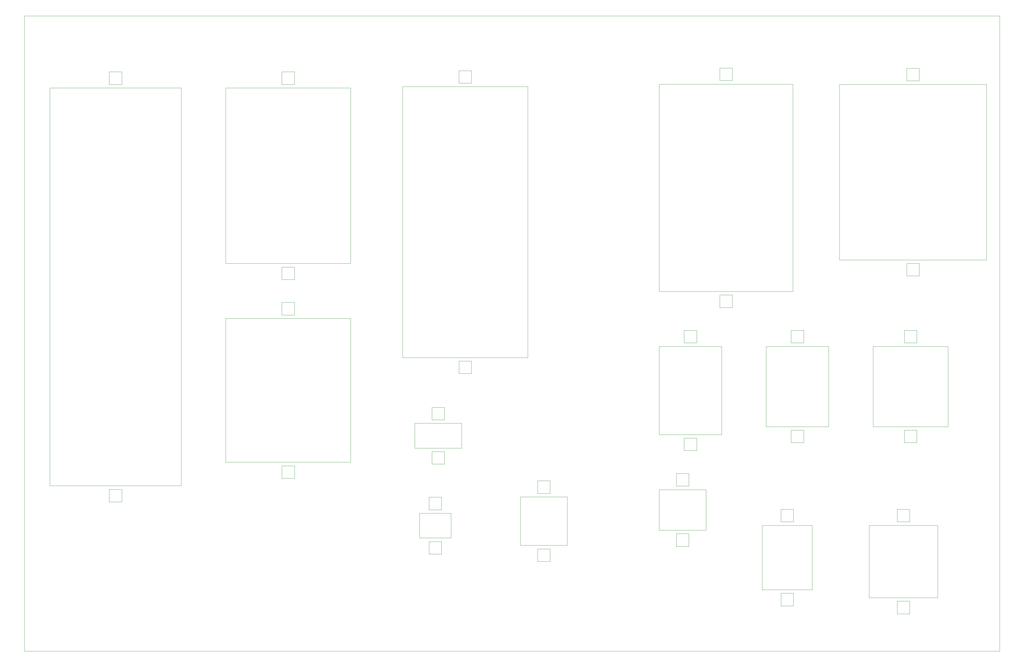
<source format=gm1>
G04 #@! TF.GenerationSoftware,KiCad,Pcbnew,9.0.1+1*
G04 #@! TF.CreationDate,2025-11-12T15:34:54+00:00*
G04 #@! TF.ProjectId,main-carrier,6d61696e-2d63-4617-9272-6965722e6b69,v1.0*
G04 #@! TF.SameCoordinates,Original*
G04 #@! TF.FileFunction,Profile,NP*
%FSLAX46Y46*%
G04 Gerber Fmt 4.6, Leading zero omitted, Abs format (unit mm)*
G04 Created by KiCad (PCBNEW 9.0.1+1) date 2025-11-12 15:34:54*
%MOMM*%
%LPD*%
G01*
G04 APERTURE LIST*
G04 #@! TA.AperFunction,Profile*
%ADD10C,0.050000*%
G04 #@! TD*
G04 APERTURE END LIST*
D10*
X120670000Y-103370000D02*
X432470000Y-103370000D01*
X432470000Y-306550000D01*
X120670000Y-306550000D01*
X120670000Y-103370000D01*
X323570001Y-125189999D02*
X366370001Y-125189999D01*
X366370001Y-191509999D01*
X323570001Y-191509999D01*
X323570001Y-125189999D01*
X342970001Y-124059999D02*
X346970001Y-124059999D01*
X346970001Y-120059999D01*
X342970001Y-120059999D01*
X342970001Y-124059999D01*
X342970001Y-192639999D02*
X346970001Y-192639999D01*
X346970001Y-196639999D01*
X342970001Y-196639999D01*
X342970001Y-192639999D01*
X356490000Y-266329999D02*
X372490000Y-266329999D01*
X372490000Y-286929999D01*
X356490000Y-286929999D01*
X356490000Y-266329999D01*
X362490000Y-265199999D02*
X366490000Y-265199999D01*
X366490000Y-261199999D01*
X362490000Y-261199999D01*
X362490000Y-265199999D01*
X362490000Y-288059999D02*
X366490000Y-288059999D01*
X366490000Y-292059999D01*
X362490000Y-292059999D01*
X362490000Y-288059999D01*
X381250000Y-125270000D02*
X428250000Y-125270000D01*
X428250000Y-181430000D01*
X381250000Y-181430000D01*
X381250000Y-125270000D01*
X402750000Y-124140000D02*
X406750000Y-124140000D01*
X406750000Y-120140000D01*
X402750000Y-120140000D01*
X402750000Y-124140000D01*
X402750000Y-182560000D02*
X406750000Y-182560000D01*
X406750000Y-186560000D01*
X402750000Y-186560000D01*
X402750000Y-182560000D01*
X391970000Y-209089999D02*
X415970000Y-209089999D01*
X415970000Y-234769999D01*
X391970000Y-234769999D01*
X391970000Y-209089999D01*
X401970000Y-207959999D02*
X405970000Y-207959999D01*
X405970000Y-203959999D01*
X401970000Y-203959999D01*
X401970000Y-207959999D01*
X401970000Y-235899999D02*
X405970000Y-235899999D01*
X405970000Y-239899999D01*
X401970000Y-239899999D01*
X401970000Y-235899999D01*
X184970001Y-200150001D02*
X224970001Y-200150001D01*
X224970001Y-246150001D01*
X184970001Y-246150001D01*
X184970001Y-200150001D01*
X202970001Y-199020001D02*
X206970001Y-199020001D01*
X206970001Y-195020001D01*
X202970001Y-195020001D01*
X202970001Y-199020001D01*
X202970001Y-247280001D02*
X206970001Y-247280001D01*
X206970001Y-251280001D01*
X202970001Y-251280001D01*
X202970001Y-247280001D01*
X247000000Y-262470000D02*
X257000000Y-262470000D01*
X257000000Y-270370000D01*
X247000000Y-270370000D01*
X247000000Y-262470000D01*
X250000000Y-261340000D02*
X254000000Y-261340000D01*
X254000000Y-257340000D01*
X250000000Y-257340000D01*
X250000000Y-261340000D01*
X250000000Y-271500000D02*
X254000000Y-271500000D01*
X254000000Y-275500000D01*
X250000000Y-275500000D01*
X250000000Y-271500000D01*
X245400000Y-233720000D02*
X260400000Y-233720000D01*
X260400000Y-241620000D01*
X245400000Y-241620000D01*
X245400000Y-233720000D01*
X250900000Y-232590000D02*
X254900000Y-232590000D01*
X254900000Y-228590000D01*
X250900000Y-228590000D01*
X250900000Y-232590000D01*
X250900000Y-242750000D02*
X254900000Y-242750000D01*
X254900000Y-246750000D01*
X250900000Y-246750000D01*
X250900000Y-242750000D01*
X128770001Y-126400003D02*
X170770001Y-126400003D01*
X170770001Y-253680001D01*
X128770001Y-253680001D01*
X128770001Y-126400003D01*
X147770001Y-125270002D02*
X151770001Y-125270002D01*
X151770001Y-121270002D01*
X147770001Y-121270002D01*
X147770001Y-125270002D01*
X147770001Y-254810002D02*
X151770001Y-254810002D01*
X151770001Y-258810002D01*
X147770001Y-258810002D01*
X147770001Y-254810002D01*
X323570000Y-254900000D02*
X338570000Y-254900000D01*
X338570000Y-267880000D01*
X323570000Y-267880000D01*
X323570000Y-254900000D01*
X329070000Y-253770000D02*
X333070000Y-253770000D01*
X333070000Y-249770000D01*
X329070000Y-249770000D01*
X329070000Y-253770000D01*
X329070000Y-269010000D02*
X333070000Y-269010000D01*
X333070000Y-273010000D01*
X329070000Y-273010000D01*
X329070000Y-269010000D01*
X184970001Y-126400001D02*
X224970001Y-126400001D01*
X224970001Y-182560001D01*
X184970001Y-182560001D01*
X184970001Y-126400001D01*
X202970001Y-125270001D02*
X206970001Y-125270001D01*
X206970001Y-121270001D01*
X202970001Y-121270001D01*
X202970001Y-125270001D01*
X202970001Y-183690001D02*
X206970001Y-183690001D01*
X206970001Y-187690001D01*
X202970001Y-187690001D01*
X202970001Y-183690001D01*
X357770000Y-209089999D02*
X377770000Y-209089999D01*
X377770000Y-234769999D01*
X357770000Y-234769999D01*
X357770000Y-209089999D01*
X365770000Y-207959999D02*
X369770000Y-207959999D01*
X369770000Y-203959999D01*
X365770000Y-203959999D01*
X365770000Y-207959999D01*
X365770000Y-235899999D02*
X369770000Y-235899999D01*
X369770000Y-239899999D01*
X365770000Y-239899999D01*
X365770000Y-235899999D01*
X323570000Y-209090000D02*
X343570000Y-209090000D01*
X343570000Y-237310000D01*
X323570000Y-237310000D01*
X323570000Y-209090000D01*
X331570000Y-207960000D02*
X335570000Y-207960000D01*
X335570000Y-203960000D01*
X331570000Y-203960000D01*
X331570000Y-207960000D01*
X331570000Y-238440000D02*
X335570000Y-238440000D01*
X335570000Y-242440000D01*
X331570000Y-242440000D01*
X331570000Y-238440000D01*
X279190000Y-257220000D02*
X294190000Y-257220000D01*
X294190000Y-272740000D01*
X279190000Y-272740000D01*
X279190000Y-257220000D01*
X284690000Y-256090000D02*
X288690000Y-256090000D01*
X288690000Y-252090000D01*
X284690000Y-252090000D01*
X284690000Y-256090000D01*
X284690000Y-273870000D02*
X288690000Y-273870000D01*
X288690000Y-277870000D01*
X284690000Y-277870000D01*
X284690000Y-273870000D01*
X241580000Y-126000000D02*
X281580000Y-126000000D01*
X281580000Y-212640000D01*
X241580000Y-212640000D01*
X241580000Y-126000000D01*
X259580000Y-124870000D02*
X263580000Y-124870000D01*
X263580000Y-120870000D01*
X259580000Y-120870000D01*
X259580000Y-124870000D01*
X259580000Y-213770000D02*
X263580000Y-213770000D01*
X263580000Y-217770000D01*
X259580000Y-217770000D01*
X259580000Y-213770000D01*
X390690000Y-266330000D02*
X412690000Y-266330000D01*
X412690000Y-289470000D01*
X390690000Y-289470000D01*
X390690000Y-266330000D01*
X399690000Y-265200000D02*
X403690000Y-265200000D01*
X403690000Y-261200000D01*
X399690000Y-261200000D01*
X399690000Y-265200000D01*
X399690000Y-290600000D02*
X403690000Y-290600000D01*
X403690000Y-294600000D01*
X399690000Y-294600000D01*
X399690000Y-290600000D01*
M02*

</source>
